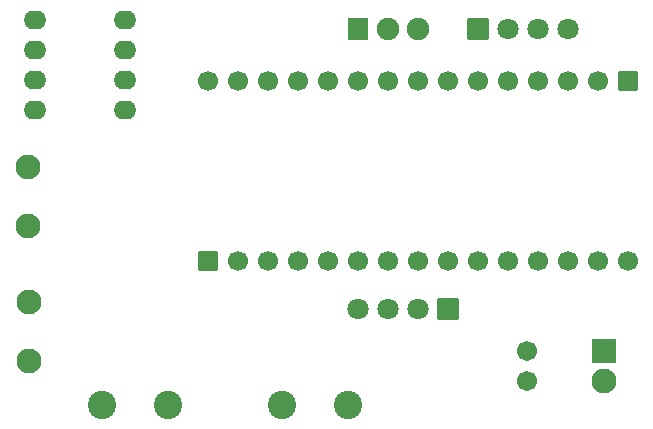
<source format=gts>
G04 Layer: TopSolderMaskLayer*
G04 EasyEDA v6.5.34, 2023-10-02 16:25:13*
G04 b22e730f800c4eb688f2bffe192e1f16,2402692d15bd446891542ced5281a4ad,10*
G04 Gerber Generator version 0.2*
G04 Scale: 100 percent, Rotated: No, Reflected: No *
G04 Dimensions in millimeters *
G04 leading zeros omitted , absolute positions ,4 integer and 5 decimal *
%FSLAX45Y45*%
%MOMM*%

%AMMACRO1*1,1,$1,$2,$3*1,1,$1,$4,$5*1,1,$1,0-$2,0-$3*1,1,$1,0-$4,0-$5*20,1,$1,$2,$3,$4,$5,0*20,1,$1,$4,$5,0-$2,0-$3,0*20,1,$1,0-$2,0-$3,0-$4,0-$5,0*20,1,$1,0-$4,0-$5,$2,$3,0*4,1,4,$2,$3,$4,$5,0-$2,0-$3,0-$4,0-$5,$2,$3,0*%
%ADD10C,1.7016*%
%ADD11C,2.4000*%
%ADD12MACRO1,0.1016X0.85X-0.85X-0.85X-0.85*%
%ADD13C,1.8016*%
%ADD14MACRO1,0.1016X-0.85X0.85X0.85X0.85*%
%ADD15C,1.9016*%
%ADD16MACRO1,0.1016X-0.7874X0.9X0.7874X0.9*%
%ADD17MACRO1,0.1016X1X1X1X-1*%
%ADD18C,2.1016*%
%ADD19MACRO1,0.1X-0.8X0.8X0.8X0.8*%
%ADD20C,1.7000*%
%ADD21MACRO1,0.1X0.8X-0.8X-0.8X-0.8*%
%ADD22O,1.92659X1.561592*%

%LPD*%
D10*
G01*
X4673600Y-3302000D03*
G01*
X4673600Y-3048000D03*
D11*
G01*
X2593975Y-3499993D03*
G01*
X3153994Y-3499993D03*
G01*
X1630019Y-3499993D03*
G01*
X1070000Y-3499993D03*
D12*
G01*
X4000500Y-2692400D03*
D13*
G01*
X3746500Y-2692400D03*
G01*
X3492500Y-2692400D03*
G01*
X3238500Y-2692400D03*
D14*
G01*
X4254500Y-317500D03*
D13*
G01*
X4508500Y-317500D03*
G01*
X4762500Y-317500D03*
G01*
X5016500Y-317500D03*
D15*
G01*
X3746500Y-317500D03*
G01*
X3492500Y-317500D03*
D16*
G01*
X3238500Y-317500D03*
D17*
G01*
X5321300Y-3048000D03*
D18*
G01*
X5321300Y-3302000D03*
G01*
X444500Y-1489837D03*
G01*
X444500Y-1989962D03*
G01*
X457200Y-2632837D03*
G01*
X457200Y-3132962D03*
D19*
G01*
X1968499Y-2285994D03*
D20*
G01*
X2222500Y-2286000D03*
G01*
X2476500Y-2286000D03*
G01*
X2730500Y-2286000D03*
G01*
X2984500Y-2286000D03*
G01*
X3238500Y-2286000D03*
G01*
X3492500Y-2286000D03*
G01*
X3746500Y-2286000D03*
G01*
X4000500Y-2286000D03*
G01*
X4254500Y-2286000D03*
G01*
X4508500Y-2286000D03*
G01*
X4762500Y-2286000D03*
G01*
X5016500Y-2286000D03*
G01*
X5270500Y-2286000D03*
G01*
X5524500Y-2286000D03*
D21*
G01*
X5524500Y-762000D03*
D20*
G01*
X5270500Y-762000D03*
G01*
X5016500Y-762000D03*
G01*
X4762500Y-762000D03*
G01*
X4508500Y-762000D03*
G01*
X4254500Y-762000D03*
G01*
X4000500Y-762000D03*
G01*
X3746500Y-762000D03*
G01*
X3492500Y-762000D03*
G01*
X3238500Y-762000D03*
G01*
X2984500Y-762000D03*
G01*
X2730500Y-762000D03*
G01*
X2476500Y-762000D03*
G01*
X2222500Y-762000D03*
G01*
X1968500Y-762000D03*
D22*
G01*
X1270000Y-1003300D03*
G01*
X1270000Y-749300D03*
G01*
X1270000Y-495300D03*
G01*
X1270000Y-241300D03*
G01*
X508000Y-1003300D03*
G01*
X508000Y-749300D03*
G01*
X508000Y-495300D03*
G01*
X508000Y-241300D03*
M02*

</source>
